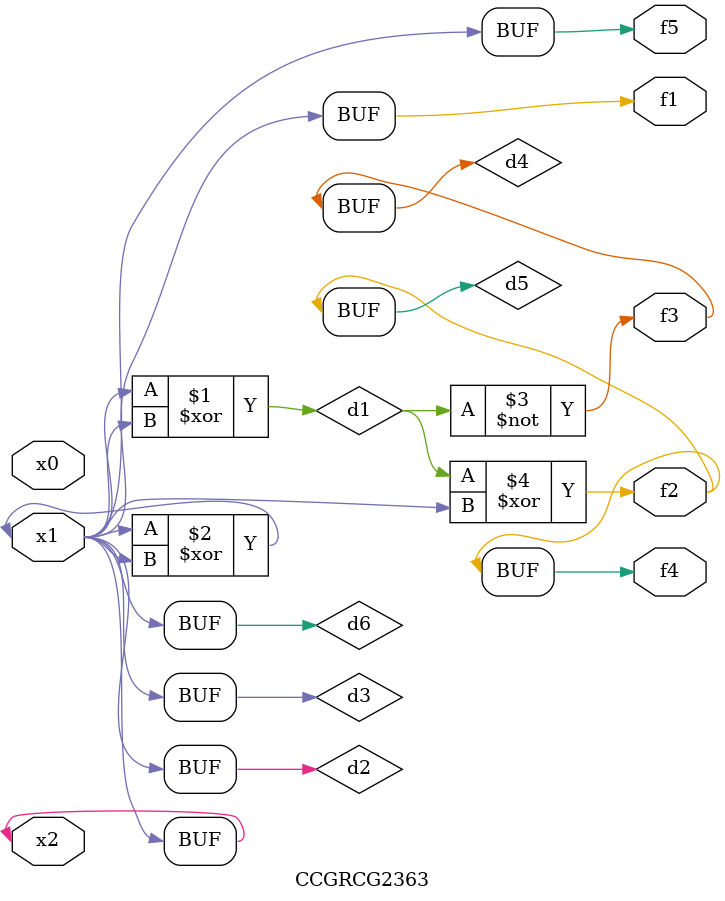
<source format=v>
module CCGRCG2363(
	input x0, x1, x2,
	output f1, f2, f3, f4, f5
);

	wire d1, d2, d3, d4, d5, d6;

	xor (d1, x1, x2);
	buf (d2, x1, x2);
	xor (d3, x1, x2);
	nor (d4, d1);
	xor (d5, d1, d2);
	buf (d6, d2, d3);
	assign f1 = d6;
	assign f2 = d5;
	assign f3 = d4;
	assign f4 = d5;
	assign f5 = d6;
endmodule

</source>
